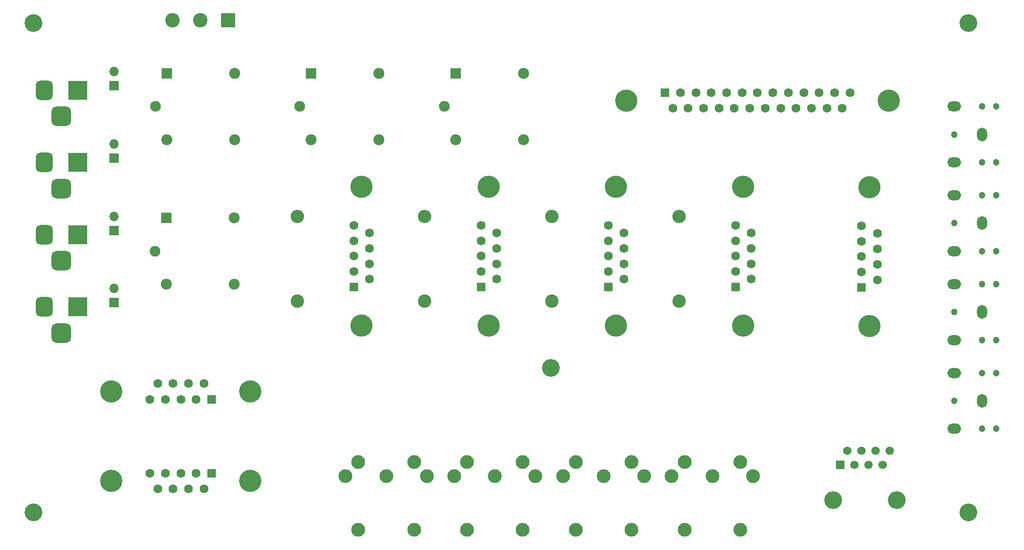
<source format=gts>
%TF.GenerationSoftware,KiCad,Pcbnew,(6.0.0-rc1-172-gb8b8c0d34c)*%
%TF.CreationDate,2021-12-06T15:46:35-06:00*%
%TF.ProjectId,Input Board,496e7075-7420-4426-9f61-72642e6b6963,A*%
%TF.SameCoordinates,Original*%
%TF.FileFunction,Soldermask,Top*%
%TF.FilePolarity,Negative*%
%FSLAX46Y46*%
G04 Gerber Fmt 4.6, Leading zero omitted, Abs format (unit mm)*
G04 Created by KiCad (PCBNEW (6.0.0-rc1-172-gb8b8c0d34c)) date 2021-12-06 15:46:35*
%MOMM*%
%LPD*%
G01*
G04 APERTURE LIST*
G04 Aperture macros list*
%AMRoundRect*
0 Rectangle with rounded corners*
0 $1 Rounding radius*
0 $2 $3 $4 $5 $6 $7 $8 $9 X,Y pos of 4 corners*
0 Add a 4 corners polygon primitive as box body*
4,1,4,$2,$3,$4,$5,$6,$7,$8,$9,$2,$3,0*
0 Add four circle primitives for the rounded corners*
1,1,$1+$1,$2,$3*
1,1,$1+$1,$4,$5*
1,1,$1+$1,$6,$7*
1,1,$1+$1,$8,$9*
0 Add four rect primitives between the rounded corners*
20,1,$1+$1,$2,$3,$4,$5,0*
20,1,$1+$1,$4,$5,$6,$7,0*
20,1,$1+$1,$6,$7,$8,$9,0*
20,1,$1+$1,$8,$9,$2,$3,0*%
G04 Aperture macros list end*
%ADD10R,1.700000X1.700000*%
%ADD11O,1.700000X1.700000*%
%ADD12RoundRect,0.875000X-0.875000X-0.875000X0.875000X-0.875000X0.875000X0.875000X-0.875000X0.875000X0*%
%ADD13RoundRect,0.750000X-0.750000X-1.000000X0.750000X-1.000000X0.750000X1.000000X-0.750000X1.000000X0*%
%ADD14R,3.500000X3.500000*%
%ADD15C,1.200000*%
%ADD16O,2.500000X1.800000*%
%ADD17O,1.800000X2.500000*%
%ADD18C,4.000000*%
%ADD19R,1.600000X1.600000*%
%ADD20C,1.600000*%
%ADD21R,1.980000X1.980000*%
%ADD22C,1.980000*%
%ADD23C,1.935000*%
%ADD24R,2.600000X2.600000*%
%ADD25C,2.600000*%
%ADD26C,2.400000*%
%ADD27O,2.400000X2.400000*%
%ADD28C,3.200000*%
%ADD29C,2.489200*%
%ADD30R,1.500000X1.500000*%
%ADD31C,1.500000*%
G04 APERTURE END LIST*
D10*
%TO.C,J5*%
X70500000Y-80275000D03*
D11*
X70500000Y-77735000D03*
%TD*%
D12*
%TO.C,J8*%
X61000000Y-72742500D03*
D13*
X58000000Y-68042500D03*
D14*
X64000000Y-68042500D03*
%TD*%
D15*
%TO.C,J18*%
X226500000Y-119000000D03*
X221500000Y-124000000D03*
X229000000Y-129000000D03*
X229000000Y-119000000D03*
X226500000Y-129000000D03*
D16*
X221500000Y-129000000D03*
D17*
X226500000Y-124000000D03*
D16*
X221500000Y-119000000D03*
%TD*%
D10*
%TO.C,J4*%
X70500000Y-67275000D03*
D11*
X70500000Y-64735000D03*
%TD*%
D18*
%TO.C,J14*%
X70010000Y-138389669D03*
X95010000Y-138389669D03*
D19*
X88050000Y-136969669D03*
D20*
X85280000Y-136969669D03*
X82510000Y-136969669D03*
X79740000Y-136969669D03*
X76970000Y-136969669D03*
X86665000Y-139809669D03*
X83895000Y-139809669D03*
X81125000Y-139809669D03*
X78355000Y-139809669D03*
%TD*%
D10*
%TO.C,J7*%
X70500000Y-106275000D03*
D11*
X70500000Y-103735000D03*
%TD*%
D14*
%TO.C,J11*%
X64000000Y-107042500D03*
D13*
X58000000Y-107042500D03*
D12*
X61000000Y-111742500D03*
%TD*%
D21*
%TO.C,K3*%
X105900000Y-65000000D03*
D22*
X105900000Y-77000000D03*
D23*
X103900000Y-71000000D03*
D22*
X118100000Y-65000000D03*
X118100000Y-77000000D03*
%TD*%
D14*
%TO.C,J9*%
X64000000Y-81042500D03*
D13*
X58000000Y-81042500D03*
D12*
X61000000Y-85742500D03*
%TD*%
D24*
%TO.C,J2*%
X91000000Y-55500000D03*
D25*
X86000000Y-55500000D03*
X81000000Y-55500000D03*
%TD*%
D26*
%TO.C,R2*%
X126280000Y-106000000D03*
D27*
X126280000Y-90760000D03*
%TD*%
D28*
%TO.C,H2*%
X56000000Y-144000000D03*
%TD*%
D10*
%TO.C,J6*%
X70500000Y-93275000D03*
D11*
X70500000Y-90735000D03*
%TD*%
D26*
%TO.C,R1*%
X103420000Y-106000000D03*
D27*
X103420000Y-90760000D03*
%TD*%
D22*
%TO.C,K1*%
X92200000Y-77000000D03*
X92200000Y-65000000D03*
D23*
X78000000Y-71000000D03*
D22*
X80000000Y-77000000D03*
D21*
X80000000Y-65000000D03*
%TD*%
D15*
%TO.C,J16*%
X226500000Y-97000000D03*
X226500000Y-87000000D03*
X229000000Y-97000000D03*
X221500000Y-92000000D03*
X229000000Y-87000000D03*
D16*
X221500000Y-97000000D03*
D17*
X226500000Y-92000000D03*
D16*
X221500000Y-87000000D03*
%TD*%
D29*
%TO.C,J23*%
X126705631Y-137500660D03*
X119405671Y-137500660D03*
X112105711Y-137500660D03*
X124404391Y-135001300D03*
X114406951Y-135001300D03*
X114406951Y-147200920D03*
X124404391Y-147200920D03*
%TD*%
%TO.C,J25*%
X165768517Y-137500660D03*
X158468557Y-137500660D03*
X151168597Y-137500660D03*
X163467277Y-135001300D03*
X153469837Y-135001300D03*
X153469837Y-147200920D03*
X163467277Y-147200920D03*
%TD*%
D28*
%TO.C,H3*%
X224000000Y-144000000D03*
%TD*%
%TO.C,H1*%
X56000000Y-56000000D03*
%TD*%
D21*
%TO.C,K2*%
X79900000Y-91000000D03*
D22*
X79900000Y-103000000D03*
D23*
X77900000Y-97000000D03*
D22*
X92100000Y-91000000D03*
X92100000Y-103000000D03*
%TD*%
D16*
%TO.C,J15*%
X221500000Y-103000000D03*
D17*
X226500000Y-108000000D03*
D16*
X221500000Y-113000000D03*
D15*
X221500000Y-108000000D03*
X226500000Y-103000000D03*
X229000000Y-113000000D03*
X229000000Y-103000000D03*
X226500000Y-113000000D03*
%TD*%
%TO.C,J17*%
X229000000Y-71000000D03*
X229000000Y-81000000D03*
X221500000Y-76000000D03*
X226500000Y-81000000D03*
X226500000Y-71000000D03*
D16*
X221500000Y-81000000D03*
D17*
X226500000Y-76000000D03*
D16*
X221500000Y-71000000D03*
%TD*%
D14*
%TO.C,J10*%
X64000000Y-94042500D03*
D13*
X58000000Y-94042500D03*
D12*
X61000000Y-98742500D03*
%TD*%
D28*
%TO.C,H4*%
X224000000Y-56000000D03*
%TD*%
%TO.C,J3*%
X211160000Y-141850000D03*
X199730000Y-141850000D03*
D30*
X201000000Y-135500000D03*
D31*
X202270000Y-132960000D03*
X203540000Y-135500000D03*
X204810000Y-132960000D03*
X206080000Y-135500000D03*
X207350000Y-132960000D03*
X208620000Y-135500000D03*
X209890000Y-132960000D03*
%TD*%
D26*
%TO.C,R4*%
X172000000Y-106000000D03*
D27*
X172000000Y-90760000D03*
%TD*%
D29*
%TO.C,J24*%
X146237074Y-137500660D03*
X138937114Y-137500660D03*
X131637154Y-137500660D03*
X143935834Y-135001300D03*
X133938394Y-135001300D03*
X133938394Y-147200920D03*
X143935834Y-147200920D03*
%TD*%
D26*
%TO.C,R3*%
X149140000Y-106000000D03*
D27*
X149140000Y-90760000D03*
%TD*%
D28*
%TO.C,H5*%
X149000000Y-118000000D03*
%TD*%
D29*
%TO.C,J26*%
X185299960Y-137500660D03*
X178000000Y-137500660D03*
X170700040Y-137500660D03*
X182998720Y-135001300D03*
X173001280Y-135001300D03*
X173001280Y-147200920D03*
X182998720Y-147200920D03*
%TD*%
D21*
%TO.C,K4*%
X131900000Y-65000000D03*
D22*
X131900000Y-77000000D03*
D23*
X129900000Y-71000000D03*
D22*
X144100000Y-65000000D03*
X144100000Y-77000000D03*
%TD*%
D18*
%TO.C,J22*%
X183580000Y-85420000D03*
X183580000Y-110420000D03*
D19*
X182160000Y-103460000D03*
D20*
X182160000Y-100690000D03*
X182160000Y-97920000D03*
X182160000Y-95150000D03*
X182160000Y-92380000D03*
X185000000Y-102075000D03*
X185000000Y-99305000D03*
X185000000Y-96535000D03*
X185000000Y-93765000D03*
%TD*%
D18*
%TO.C,J1*%
X162570000Y-69920000D03*
X209670000Y-69920000D03*
D19*
X169500000Y-68500000D03*
D20*
X172270000Y-68500000D03*
X175040000Y-68500000D03*
X177810000Y-68500000D03*
X180580000Y-68500000D03*
X183350000Y-68500000D03*
X186120000Y-68500000D03*
X188890000Y-68500000D03*
X191660000Y-68500000D03*
X194430000Y-68500000D03*
X197200000Y-68500000D03*
X199970000Y-68500000D03*
X202740000Y-68500000D03*
X170885000Y-71340000D03*
X173655000Y-71340000D03*
X176425000Y-71340000D03*
X179195000Y-71340000D03*
X181965000Y-71340000D03*
X184735000Y-71340000D03*
X187505000Y-71340000D03*
X190275000Y-71340000D03*
X193045000Y-71340000D03*
X195815000Y-71340000D03*
X198585000Y-71340000D03*
X201355000Y-71340000D03*
%TD*%
D18*
%TO.C,J13*%
X206229669Y-110510000D03*
X206229669Y-85510000D03*
D19*
X204809669Y-103550000D03*
D20*
X204809669Y-100780000D03*
X204809669Y-98010000D03*
X204809669Y-95240000D03*
X204809669Y-92470000D03*
X207649669Y-102165000D03*
X207649669Y-99395000D03*
X207649669Y-96625000D03*
X207649669Y-93855000D03*
%TD*%
D18*
%TO.C,J12*%
X70010000Y-122270331D03*
X95010000Y-122270331D03*
D19*
X88050000Y-123690331D03*
D20*
X85280000Y-123690331D03*
X82510000Y-123690331D03*
X79740000Y-123690331D03*
X76970000Y-123690331D03*
X86665000Y-120850331D03*
X83895000Y-120850331D03*
X81125000Y-120850331D03*
X78355000Y-120850331D03*
%TD*%
D18*
%TO.C,J21*%
X160720000Y-85420000D03*
X160720000Y-110420000D03*
D19*
X159300000Y-103460000D03*
D20*
X159300000Y-100690000D03*
X159300000Y-97920000D03*
X159300000Y-95150000D03*
X159300000Y-92380000D03*
X162140000Y-102075000D03*
X162140000Y-99305000D03*
X162140000Y-96535000D03*
X162140000Y-93765000D03*
%TD*%
D18*
%TO.C,J20*%
X137860000Y-110420000D03*
X137860000Y-85420000D03*
D19*
X136440000Y-103460000D03*
D20*
X136440000Y-100690000D03*
X136440000Y-97920000D03*
X136440000Y-95150000D03*
X136440000Y-92380000D03*
X139280000Y-102075000D03*
X139280000Y-99305000D03*
X139280000Y-96535000D03*
X139280000Y-93765000D03*
%TD*%
D18*
%TO.C,J19*%
X115000000Y-110420000D03*
X115000000Y-85420000D03*
D19*
X113580000Y-103460000D03*
D20*
X113580000Y-100690000D03*
X113580000Y-97920000D03*
X113580000Y-95150000D03*
X113580000Y-92380000D03*
X116420000Y-102075000D03*
X116420000Y-99305000D03*
X116420000Y-96535000D03*
X116420000Y-93765000D03*
%TD*%
M02*

</source>
